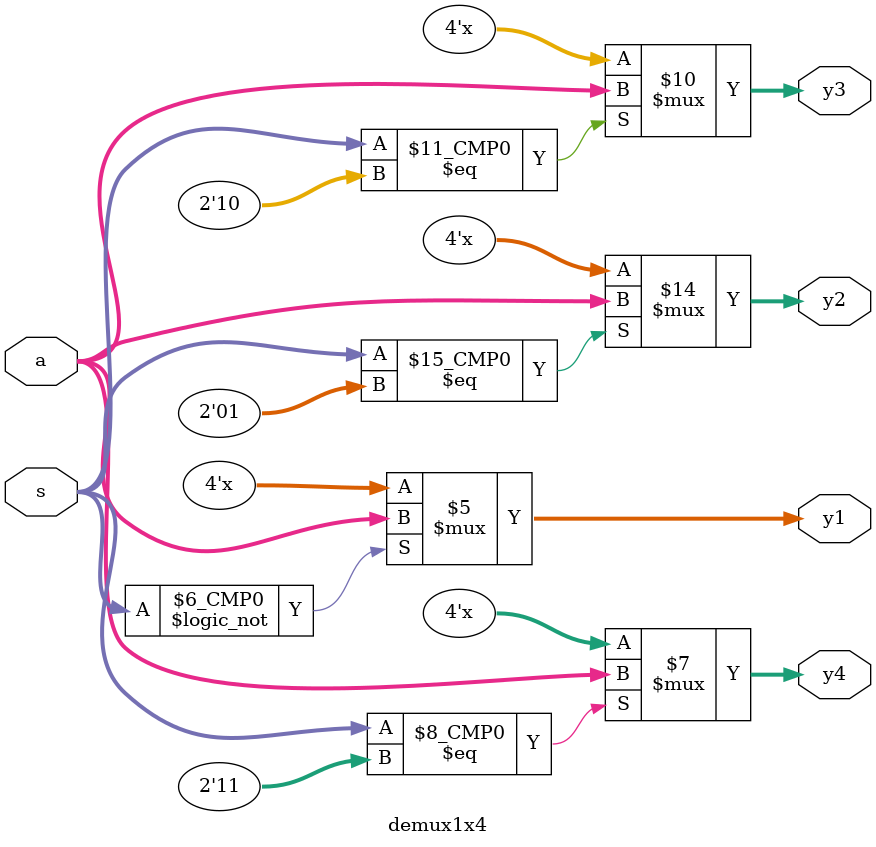
<source format=v>
module demux1x4(
	input [3:0] a,
	input [1:0] s,
	output reg [3:0] y1, y2, y3, y4
);

always@(*) begin
	case(s)
		2'b00 : y1 = a;
		2'b01 : y2 = a;
		2'b10 : y3 = a;
		2'b11 : y4 = a;
	endcase
end

endmodule

</source>
